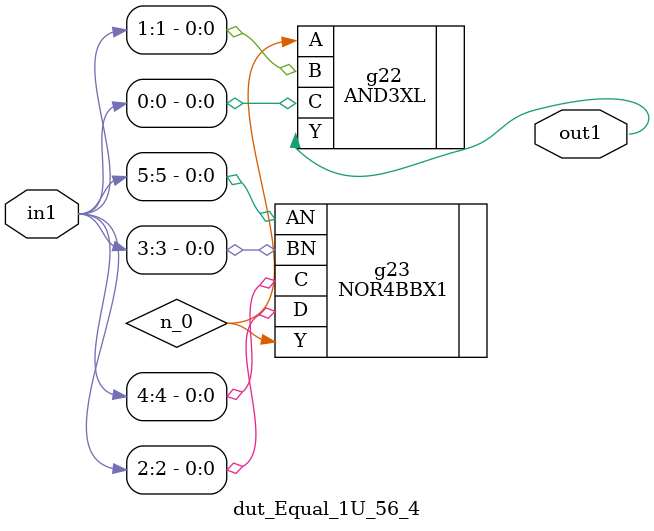
<source format=v>
`timescale 1ps / 1ps


module dut_Equal_1U_56_4(in1, out1);
  input [5:0] in1;
  output out1;
  wire [5:0] in1;
  wire out1;
  wire n_0;
  AND3XL g22(.A (n_0), .B (in1[1]), .C (in1[0]), .Y (out1));
  NOR4BBX1 g23(.AN (in1[5]), .BN (in1[3]), .C (in1[4]), .D (in1[2]), .Y
       (n_0));
endmodule



</source>
